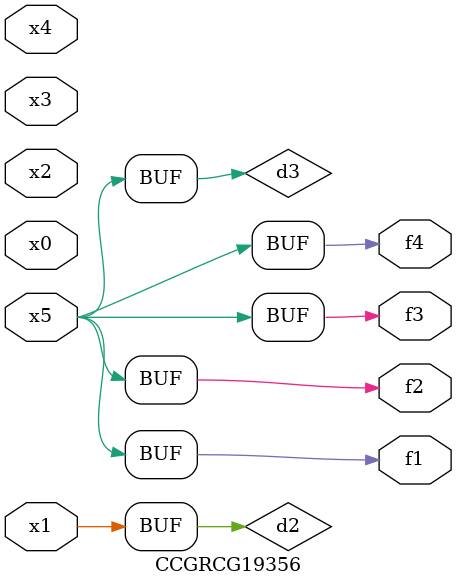
<source format=v>
module CCGRCG19356(
	input x0, x1, x2, x3, x4, x5,
	output f1, f2, f3, f4
);

	wire d1, d2, d3;

	not (d1, x5);
	or (d2, x1);
	xnor (d3, d1);
	assign f1 = d3;
	assign f2 = d3;
	assign f3 = d3;
	assign f4 = d3;
endmodule

</source>
